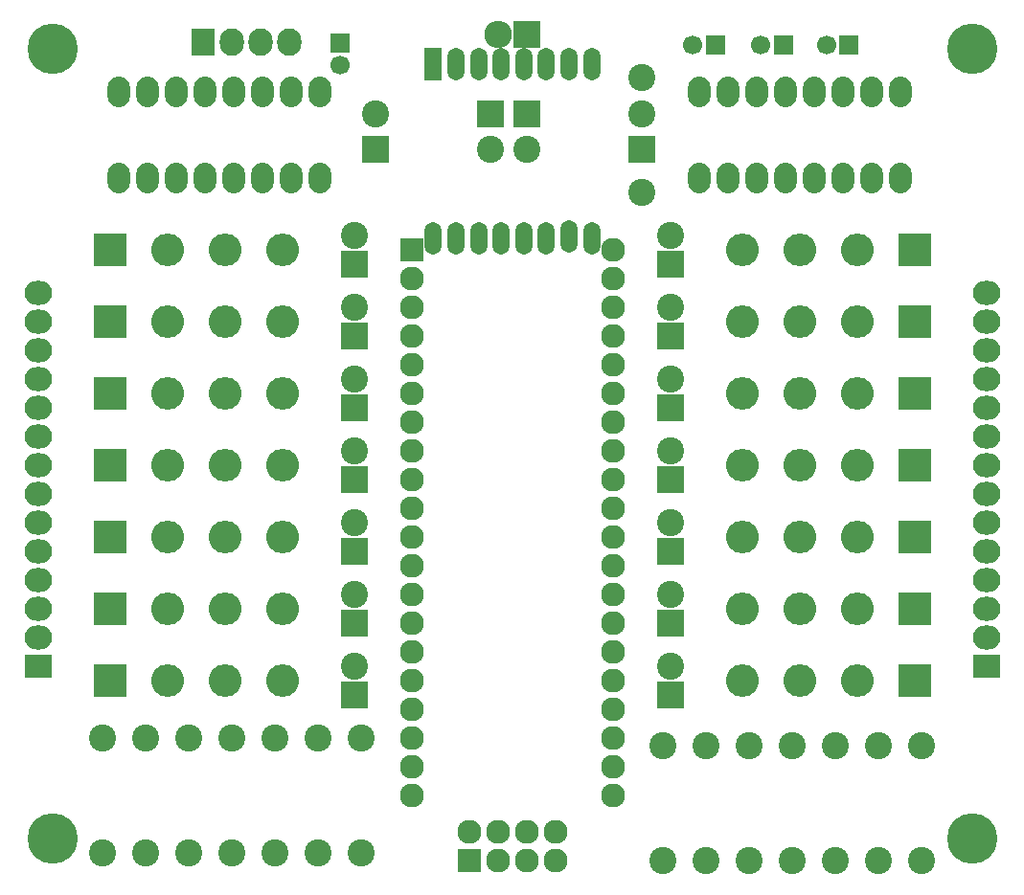
<source format=gts>
G04 #@! TF.FileFunction,Soldermask,Top*
%FSLAX46Y46*%
G04 Gerber Fmt 4.6, Leading zero omitted, Abs format (unit mm)*
G04 Created by KiCad (PCBNEW (2015-10-05 BZR 6247)-product) date Mon 12 Oct 2015 07:26:51 PM AWST*
%MOMM*%
G01*
G04 APERTURE LIST*
%ADD10C,0.100000*%
%ADD11C,4.464000*%
%ADD12R,2.127200X2.127200*%
%ADD13O,2.127200X2.127200*%
%ADD14C,2.398980*%
%ADD15R,2.398980X2.398980*%
%ADD16R,2.400000X2.400000*%
%ADD17C,2.400000*%
%ADD18R,2.432000X2.432000*%
%ADD19O,2.432000X2.432000*%
%ADD20R,2.127200X2.432000*%
%ADD21O,2.127200X2.432000*%
%ADD22R,2.432000X2.127200*%
%ADD23O,2.432000X2.127200*%
%ADD24O,2.000000X2.700000*%
%ADD25R,2.900000X2.900000*%
%ADD26O,2.900000X2.900000*%
%ADD27R,1.500000X2.900000*%
%ADD28O,1.500000X2.900000*%
%ADD29R,1.700000X1.700000*%
%ADD30C,1.700000*%
G04 APERTURE END LIST*
D10*
D11*
X148590000Y-78740000D03*
X148590000Y-148590000D03*
X229870000Y-148590000D03*
D12*
X180340000Y-96520000D03*
D13*
X198120000Y-96520000D03*
X180340000Y-99060000D03*
X198120000Y-99060000D03*
X180340000Y-101600000D03*
X198120000Y-101600000D03*
X180340000Y-104140000D03*
X198120000Y-104140000D03*
X180340000Y-106680000D03*
X198120000Y-106680000D03*
X180340000Y-109220000D03*
X198120000Y-109220000D03*
X180340000Y-111760000D03*
X198120000Y-111760000D03*
X180340000Y-114300000D03*
X198120000Y-114300000D03*
X180340000Y-116840000D03*
X198120000Y-116840000D03*
X180340000Y-119380000D03*
X198120000Y-119380000D03*
X180340000Y-121920000D03*
X198120000Y-121920000D03*
X180340000Y-124460000D03*
X198120000Y-124460000D03*
X180340000Y-127000000D03*
X198120000Y-127000000D03*
X180340000Y-129540000D03*
X198120000Y-129540000D03*
X180340000Y-132080000D03*
X198120000Y-132080000D03*
X180340000Y-134620000D03*
X198120000Y-134620000D03*
X180340000Y-137160000D03*
X198120000Y-137160000D03*
X180340000Y-139700000D03*
X198120000Y-139700000D03*
X180340000Y-142240000D03*
X198120000Y-142240000D03*
X180340000Y-144780000D03*
X198120000Y-144780000D03*
D14*
X177165000Y-84457540D03*
D15*
X187325000Y-84457540D03*
D14*
X187325000Y-87627460D03*
D15*
X177165000Y-87627460D03*
D14*
X200660000Y-84452460D03*
D15*
X190500000Y-84452460D03*
D14*
X190500000Y-87632540D03*
D15*
X200660000Y-87632540D03*
D16*
X203200000Y-135890000D03*
D17*
X203200000Y-133350000D03*
D16*
X203200000Y-129540000D03*
D17*
X203200000Y-127000000D03*
D16*
X203200000Y-123190000D03*
D17*
X203200000Y-120650000D03*
D16*
X203200000Y-116840000D03*
D17*
X203200000Y-114300000D03*
D16*
X203200000Y-110490000D03*
D17*
X203200000Y-107950000D03*
D16*
X203200000Y-104140000D03*
D17*
X203200000Y-101600000D03*
D16*
X203200000Y-97790000D03*
D17*
X203200000Y-95250000D03*
D16*
X175260000Y-135890000D03*
D17*
X175260000Y-133350000D03*
D16*
X175260000Y-129540000D03*
D17*
X175260000Y-127000000D03*
D16*
X175260000Y-123190000D03*
D17*
X175260000Y-120650000D03*
D16*
X175260000Y-116840000D03*
D17*
X175260000Y-114300000D03*
D16*
X175260000Y-110490000D03*
D17*
X175260000Y-107950000D03*
D16*
X175260000Y-104140000D03*
D17*
X175260000Y-101600000D03*
D16*
X175260000Y-97790000D03*
D17*
X175260000Y-95250000D03*
D18*
X190500000Y-77470000D03*
D19*
X187960000Y-77470000D03*
D12*
X185420000Y-150495000D03*
D13*
X185420000Y-147955000D03*
X187960000Y-150495000D03*
X187960000Y-147955000D03*
X190500000Y-150495000D03*
X190500000Y-147955000D03*
X193040000Y-150495000D03*
X193040000Y-147955000D03*
D20*
X161925000Y-78105000D03*
D21*
X164465000Y-78105000D03*
X167005000Y-78105000D03*
X169545000Y-78105000D03*
D22*
X147320000Y-133350000D03*
D23*
X147320000Y-130810000D03*
X147320000Y-128270000D03*
X147320000Y-125730000D03*
X147320000Y-123190000D03*
X147320000Y-120650000D03*
X147320000Y-118110000D03*
X147320000Y-115570000D03*
X147320000Y-113030000D03*
X147320000Y-110490000D03*
X147320000Y-107950000D03*
X147320000Y-105410000D03*
X147320000Y-102870000D03*
X147320000Y-100330000D03*
D22*
X231140000Y-133350000D03*
D23*
X231140000Y-130810000D03*
X231140000Y-128270000D03*
X231140000Y-125730000D03*
X231140000Y-123190000D03*
X231140000Y-120650000D03*
X231140000Y-118110000D03*
X231140000Y-115570000D03*
X231140000Y-113030000D03*
X231140000Y-110490000D03*
X231140000Y-107950000D03*
X231140000Y-105410000D03*
X231140000Y-102870000D03*
X231140000Y-100330000D03*
D14*
X200660000Y-81280000D03*
X200660000Y-91440000D03*
X225425000Y-140335000D03*
X225425000Y-150495000D03*
X221615000Y-140335000D03*
X221615000Y-150495000D03*
X217805000Y-140335000D03*
X217805000Y-150495000D03*
X213995000Y-140335000D03*
X213995000Y-150495000D03*
X210185000Y-140335000D03*
X210185000Y-150495000D03*
X206375000Y-140335000D03*
X206375000Y-150495000D03*
X202565000Y-140335000D03*
X202565000Y-150495000D03*
X153035000Y-139700000D03*
X153035000Y-149860000D03*
X156845000Y-139700000D03*
X156845000Y-149860000D03*
X160655000Y-139700000D03*
X160655000Y-149860000D03*
X164465000Y-139700000D03*
X164465000Y-149860000D03*
X168275000Y-139700000D03*
X168275000Y-149860000D03*
X172085000Y-139700000D03*
X172085000Y-149860000D03*
X175895000Y-139700000D03*
X175895000Y-149860000D03*
D24*
X154432000Y-90170000D03*
X156972000Y-90170000D03*
X159512000Y-90170000D03*
X162052000Y-90170000D03*
X164592000Y-90170000D03*
X167132000Y-90170000D03*
X169672000Y-90170000D03*
X172212000Y-90170000D03*
X172212000Y-82550000D03*
X169672000Y-82550000D03*
X167132000Y-82550000D03*
X164592000Y-82550000D03*
X162052000Y-82550000D03*
X159512000Y-82550000D03*
X156972000Y-82550000D03*
X154432000Y-82550000D03*
X205740000Y-90170000D03*
X208280000Y-90170000D03*
X210820000Y-90170000D03*
X213360000Y-90170000D03*
X215900000Y-90170000D03*
X218440000Y-90170000D03*
X220980000Y-90170000D03*
X223520000Y-90170000D03*
X223520000Y-82550000D03*
X220980000Y-82550000D03*
X218440000Y-82550000D03*
X215900000Y-82550000D03*
X213360000Y-82550000D03*
X210820000Y-82550000D03*
X208280000Y-82550000D03*
X205740000Y-82550000D03*
D25*
X224790000Y-109220000D03*
D26*
X219710000Y-109220000D03*
X214630000Y-109220000D03*
X209550000Y-109220000D03*
D25*
X153670000Y-102870000D03*
D26*
X158750000Y-102870000D03*
X163830000Y-102870000D03*
X168910000Y-102870000D03*
D25*
X153670000Y-96520000D03*
D26*
X158750000Y-96520000D03*
X163830000Y-96520000D03*
X168910000Y-96520000D03*
D25*
X224790000Y-134620000D03*
D26*
X219710000Y-134620000D03*
X214630000Y-134620000D03*
X209550000Y-134620000D03*
D25*
X224790000Y-102870000D03*
D26*
X219710000Y-102870000D03*
X214630000Y-102870000D03*
X209550000Y-102870000D03*
D25*
X224790000Y-128270000D03*
D26*
X219710000Y-128270000D03*
X214630000Y-128270000D03*
X209550000Y-128270000D03*
D25*
X224790000Y-121920000D03*
D26*
X219710000Y-121920000D03*
X214630000Y-121920000D03*
X209550000Y-121920000D03*
D25*
X224790000Y-115570000D03*
D26*
X219710000Y-115570000D03*
X214630000Y-115570000D03*
X209550000Y-115570000D03*
D25*
X153670000Y-134620000D03*
D26*
X158750000Y-134620000D03*
X163830000Y-134620000D03*
X168910000Y-134620000D03*
D25*
X153670000Y-128270000D03*
D26*
X158750000Y-128270000D03*
X163830000Y-128270000D03*
X168910000Y-128270000D03*
D25*
X153670000Y-121920000D03*
D26*
X158750000Y-121920000D03*
X163830000Y-121920000D03*
X168910000Y-121920000D03*
D25*
X153670000Y-115570000D03*
D26*
X158750000Y-115570000D03*
X163830000Y-115570000D03*
X168910000Y-115570000D03*
D25*
X153670000Y-109220000D03*
D26*
X158750000Y-109220000D03*
X163830000Y-109220000D03*
X168910000Y-109220000D03*
D25*
X224790000Y-96520000D03*
D26*
X219710000Y-96520000D03*
X214630000Y-96520000D03*
X209550000Y-96520000D03*
D27*
X182245000Y-80072000D03*
D28*
X184245000Y-80072000D03*
X186245000Y-80072000D03*
X188245000Y-80072000D03*
X190245000Y-80072000D03*
X192245000Y-80072000D03*
X194245000Y-80072000D03*
X196245000Y-80072000D03*
X196245000Y-95472000D03*
X194245000Y-95372000D03*
X192245000Y-95472000D03*
X190245000Y-95472000D03*
X188245000Y-95472000D03*
X186245000Y-95472000D03*
X184245000Y-95472000D03*
X182245000Y-95472000D03*
D11*
X229870000Y-78740000D03*
D29*
X207200000Y-78400000D03*
D30*
X205200000Y-78400000D03*
D29*
X174000000Y-78200000D03*
D30*
X174000000Y-80200000D03*
D29*
X213200000Y-78400000D03*
D30*
X211200000Y-78400000D03*
D29*
X219000000Y-78400000D03*
D30*
X217000000Y-78400000D03*
M02*

</source>
